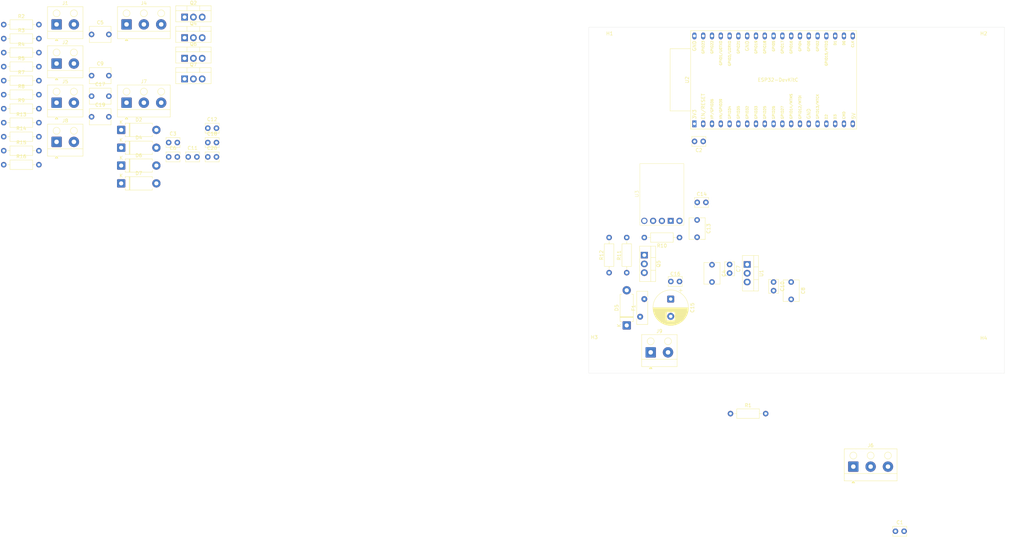
<source format=kicad_pcb>
(kicad_pcb (version 20241229) (generator "pcbnew") (generator_version "9.0")
  (layers (0 "F.Cu" signal) (2 "B.Cu" mixed) (13 "F.Paste" user) (15 "B.Paste" user) (5 "F.SilkS" user "F.Silkscreen") (7 "B.SilkS" user "B.Silkscreen") (1 "F.Mask" user) (3 "B.Mask" user) (25 "Edge.Cuts" user))
  (net 0 "")
  (net 1 "GND")
  (net 2 "+3.3V")
  (net 3 "+12V")
  (net 4 "Net-(D5-A2)")
  (net 5 "Net-(D2-A)")
  (net 6 "Net-(D4-A)")
  (net 7 "/DATA_DS18B20")
  (net 8 "/DATA_PH")
  (net 9 "/DATA_ORP")
  (net 10 "Net-(Q2-G)")
  (net 11 "Net-(Q4-G)")
  (net 12 "Net-(Q5-G)")
  (net 13 "/POMPE_1")
  (net 14 "/POMPE_2")
  (net 15 "Net-(U3-SHDN)")
  (net 18 "Net-(J6-Pin_3)")
  (net 25 "Net-(J7-Pin_3)")
  (net 44 "+5V")
  (net 45 "Net-(D6-A)")
  (net 46 "Net-(D7-A)")
  (net 47 "Net-(Q6-G)")
  (net 48 "Net-(Q7-G)")
  (net 49 "/FILTRATION_A2")
  (net 50 "/ECLAIRAGE_A2")
  (footprint "Resistor_THT:R_Axial_DIN0207_L6.3mm_D2.5mm_P10.16mm_Horizontal" (layer "F.Cu") (at 90.9 161.685)
    (property "Reference" "R1" (at 5.08 -2.37 0) (layer "F.SilkS"))
    (property "Value" "100Ω")
    (pad "1" thru_hole circle (at 0 0) (size 1.6 1.6) (drill 0.8) (layers "*.Cu" "*.Mask") (net 18 "Net-(J6-Pin_3)"))
    (pad "2" thru_hole circle (at 10.16 0) (size 1.6 1.6) (drill 0.8) (layers "*.Cu" "*.Mask") (net 8 "/DATA_PH"))
  )
  (footprint "Diode_THT:D_DO-15_P10.16mm_Horizontal" (layer "F.Cu") (at -85.01 84.85)
    (property "Reference" "D4" (at 5.08 -2.92 0) (layer "F.SilkS"))
    (property "Value" "1N5819")
    (fp_text user "K" (at 0 -2.2 0) (layer "F.SilkS"))
    (pad "1" thru_hole roundrect (at 0 0) (size 2.4 2.4) (drill 1.2) (layers "*.Cu" "*.Mask") (roundrect_rratio 0.104167) (net 3 "+12V"))
    (pad "2" thru_hole circle (at 10.16 0) (size 2.4 2.4) (drill 1.2) (layers "*.Cu" "*.Mask") (net 6 "Net-(D4-A)"))
  )
  (footprint "Resistor_THT:R_Axial_DIN0207_L6.3mm_D2.5mm_P10.16mm_Horizontal" (layer "F.Cu") (at -118.92 53.31)
    (property "Reference" "R3" (at 5.08 -2.37 0) (layer "F.SilkS"))
    (property "Value" "10kΩ")
    (pad "1" thru_hole circle (at 0 0) (size 1.6 1.6) (drill 0.8) (layers "*.Cu" "*.Mask") (net 9 "/DATA_ORP"))
    (pad "2" thru_hole circle (at 10.16 0) (size 1.6 1.6) (drill 0.8) (layers "*.Cu" "*.Mask") (net 1 "GND"))
  )
  (footprint "Resistor_THT:R_Axial_DIN0207_L6.3mm_D2.5mm_P10.16mm_Horizontal" (layer "F.Cu") (at -118.92 77.61)
    (property "Reference" "R13" (at 5.08 -2.37 0) (layer "F.SilkS"))
    (property "Value" "100Ω")
    (pad "1" thru_hole circle (at 0 0) (size 1.6 1.6) (drill 0.8) (layers "*.Cu" "*.Mask") (net 47 "Net-(Q6-G)"))
    (pad "2" thru_hole circle (at 10.16 0) (size 1.6 1.6) (drill 0.8) (layers "*.Cu" "*.Mask") (net 49 "/FILTRATION_A2"))
  )
  (footprint "TerminalBlock_Altech:Altech_AK100_1x03_P5.00mm" (layer "F.Cu") (at -83.46 49.21)
    (property "Reference" "J4" (at 5 -6.12 0) (layer "F.SilkS"))
    (property "Value" "Sonde température DS18B20")
    (pad "1" thru_hole roundrect (at 0 0) (size 3 3) (drill 1.3) (layers "*.Cu" "*.Mask") (roundrect_rratio 0.083333) (net 1 "GND"))
    (pad "2" thru_hole circle (at 5 0) (size 3 3) (drill 1.3) (layers "*.Cu" "*.Mask") (net 2 "+3.3V"))
    (pad "3" thru_hole circle (at 10 0) (size 3 3) (drill 1.3) (layers "*.Cu" "*.Mask") (net 7 "/DATA_DS18B20"))
  )
  (footprint "MountingHole:MountingHole_3.2mm_M3" (layer "F.Cu") (at 56 56)
    (property "Reference" "H1" (at 0 -4.15 0) (layer "F.SilkS"))
    (property "Value" "MountingHole")
    (pad "" np_thru_hole circle (at 0 0) (size 3.2 3.2) (drill 3.2) (layers "*.Cu" "*.Mask"))
  )
  (footprint "Capacitor_THT:C_Disc_D3.8mm_W2.6mm_P2.50mm" (layer "F.Cu") (at -60 83.35)
    (property "Reference" "C18" (at 1.25 -2.55 0) (layer "F.SilkS"))
    (property "Value" "100nF")
    (pad "1" thru_hole circle (at 0 0) (size 1.6 1.6) (drill 0.8) (layers "*.Cu" "*.Mask") (net 3 "+12V"))
    (pad "2" thru_hole circle (at 2.5 0) (size 1.6 1.6) (drill 0.8) (layers "*.Cu" "*.Mask") (net 1 "GND"))
  )
  (footprint "Capacitor_THT:C_Disc_D3.8mm_W2.6mm_P2.50mm" (layer "F.Cu") (at -65.65 87.5)
    (property "Reference" "C11" (at 1.25 -2.55 0) (layer "F.SilkS"))
    (property "Value" "100nF")
    (pad "1" thru_hole circle (at 0 0) (size 1.6 1.6) (drill 0.8) (layers "*.Cu" "*.Mask") (net 3 "+12V"))
    (pad "2" thru_hole circle (at 2.5 0) (size 1.6 1.6) (drill 0.8) (layers "*.Cu" "*.Mask") (net 1 "GND"))
  )
  (footprint "TerminalBlock_Altech:Altech_AK100_1x02_P5.00mm" (layer "F.Cu") (at -103.66 49.21)
    (property "Reference" "J1" (at 2.5 -6.12 0) (layer "F.SilkS"))
    (property "Value" "Pompe Péristaltique")
    (pad "1" thru_hole roundrect (at 0 0) (size 3 3) (drill 1.3) (layers "*.Cu" "*.Mask") (roundrect_rratio 0.083333) (net 3 "+12V"))
    (pad "2" thru_hole circle (at 5 0) (size 3 3) (drill 1.3) (layers "*.Cu" "*.Mask") (net 5 "Net-(D2-A)"))
  )
  (footprint "Resistor_THT:R_Axial_DIN0207_L6.3mm_D2.5mm_P10.16mm_Horizontal" (layer "F.Cu") (at -118.92 81.66)
    (property "Reference" "R14" (at 5.08 -2.37 0) (layer "F.SilkS"))
    (property "Value" "10KΩ")
    (pad "1" thru_hole circle (at 0 0) (size 1.6 1.6) (drill 0.8) (layers "*.Cu" "*.Mask") (net 47 "Net-(Q6-G)"))
    (pad "2" thru_hole circle (at 10.16 0) (size 1.6 1.6) (drill 0.8) (layers "*.Cu" "*.Mask") (net 1 "GND"))
  )
  (footprint "Capacitor_THT:C_Disc_D3.8mm_W2.6mm_P2.50mm" (layer "F.Cu") (at 83.02 83.02 180)
    (property "Reference" "C2" (at 1.25 -2.55 0) (layer "F.SilkS"))
    (property "Value" "100nF")
    (pad "1" thru_hole circle (at 0 0 180) (size 1.6 1.6) (drill 0.8) (layers "*.Cu" "*.Mask") (net 1 "GND"))
    (pad "2" thru_hole circle (at 2.5 0 180) (size 1.6 1.6) (drill 0.8) (layers "*.Cu" "*.Mask") (net 2 "+3.3V"))
  )
  (footprint "Espressif:ESP32-DevKitC" (layer "F.Cu") (at 80.48 77.94 90)
    (property "Reference" "U2" (at 12.7 -2.1 90) (layer "F.SilkS"))
    (property "Value" "ESP32-DevKitC" (at 12.7 24.13 0) (layer "F.SilkS"))
    (fp_text user "D1" (at 24.13 40.64 90) (layer "F.SilkS") (effects (font (size 0.7 0.7)) (justify right)))
    (fp_text user "GND" (at 1.27 33.02 90) (layer "F.SilkS") (effects (justify left)))
    (fp_text user "D0" (at 24.13 43.18 90) (layer "F.SilkS") (effects (font (size 0.7 0.7)) (justify right)))
    (fp_text user "GPIO35" (at 1.27 12.7 90) (layer "F.SilkS") (effects (font (size 0.7 0.7)) (justify left)))
    (fp_text user "3V3" (at 1.27 0 90) (layer "F.SilkS") (effects (justify left)))
    (fp_text user "5V" (at 1.26632 45.97128 90) (layer "F.SilkS") (effects (justify left)))
    (fp_text user "EN/RESET" (at 8.88632 2.53728 90) (layer "F.SilkS") (effects (justify right)))
    (fp_text user "GPIO27" (at 1.27 25.4 90) (layer "F.SilkS") (effects (font (size 0.7 0.7)) (justify left)))
    (fp_text user "D3" (at 1.27 40.64 90) (layer "F.SilkS") (effects (font (size 0.7 0.7)) (justify left)))
    (fp_text user "GPIO13/MTCK" (at 1.27 35.56 90) (layer "F.SilkS") (effects (font (size 0.7 0.7)) (justify left)))
    (fp_text user "GPIO26" (at 1.27 22.86 90) (layer "F.SilkS") (effects (font (size 0.7 0.7)) (justify left)))
    (fp_text user "GPIO21" (at 24.13 12.7 90) (layer "F.SilkS") (effects (font (size 0.7 0.7)) (justify right)))
    (fp_text user "GPIO34" (at 1.27 10.16 90) (layer "F.SilkS") (effects (font (size 0.7 0.7)) (justify left)))
    (fp_text user "GPIO3/U0RXD" (at 24.13 10.16 90) (layer "F.SilkS") (effects (font (size 0.7 0.7)) (justify right)))
    (fp_text user "GPIO15/MTDO" (at 24.13 38.1 90) (layer "F.SilkS") (effects (font (size 0.7 0.7)) (justify right)))
    (fp_text user "GPIO19" (at 24.13 17.78 90) (layer "F.SilkS") (effects (font (size 0.7 0.7)) (justify right)))
    (fp_text user "VN/GPIO39" (at 1.27 7.62 90) (layer "F.SilkS") (effects (font (size 0.7 0.7)) (justify left)))
    (fp_text user "GPIO2" (at 24.13 35.56 90) (layer "F.SilkS") (effects (font (size 0.7 0.7)) (justify right)))
    (fp_text user "GPIO5" (at 24.13 22.86 90) (layer "F.SilkS") (effects (font (size 0.7 0.7)) (justify right)))
    (fp_text user "CMD" (at 1.27 43.18 90) (layer "F.SilkS") (effects (font (size 0.7 0.7)) (justify left)))
    (fp_text user "GPIO23" (at 24.13 2.54 90) (layer "F.SilkS") (effects (font (size 0.7 0.7)) (justify right)))
    (fp_text user "GPIO25" (at 1.27 20.32 90) (layer "F.SilkS") (effects (font (size 0.7 0.7)) (justify left)))
    (fp_text user "VP/GPIO36" (at 1.27 5.08 90) (layer "F.SilkS") (effects (font (size 0.7 0.7)) (justify left)))
    (fp_text user "GPIO22" (at 24.13 5.08 90) (layer "F.SilkS") (effects (font (size 0.7 0.7)) (justify right)))
    (fp_text user "CLK" (at 24.13 45.72 90) (layer "F.SilkS") (effects (font (size 0.7 0.7)) (justify right)))
    (fp_text user "GPIO32" (at 1.27 15.24 90) (layer "F.SilkS") (effects (font (size 0.7 0.7)) (justify left)))
    (fp_text user "GPIO33" (at 1.27 17.78 90) (layer "F.SilkS") (effects (font (size 0.7 0.7)) (justify left)))
    (fp_text user "GPIO16" (at 24.13 27.94 90) (layer "F.SilkS") (effects (font (size 0.7 0.7)) (justify right)))
    (fp_text user "GPIO0" (at 24.13 33.02 90) (layer "F.SilkS") (effects (font (size 0.7 0.7)) (justify right)))
    (fp_text user "GND" (at 24.13 15.24 90) (layer "F.SilkS") (effects (justify right)))
    (fp_text user "D2" (at 1.27 38.1 90) (layer "F.SilkS") (effects (font (size 0.7 0.7)) (justify left)))
    (fp_text user "GPIO17" (at 24.13 25.4 90) (layer "F.SilkS") (effects (font (size 0.7 0.7)) (justify right)))
    (fp_text user "GPIO4" (at 24.13 30.48 90) (layer "F.SilkS") (effects (font (size 0.7 0.7)) (justify right)))
    (fp_text user "GND" (at 24.13 0 90) (layer "F.SilkS") (effects (justify right)))
    (fp_text user "GPIO1/U0TXD" (at 24.13 7.62 90) (layer "F.SilkS") (effects (font (size 0.7 0.7)) (justify right)))
    (fp_text user "GPIO12/MTDI" (at 1.27 30.48 90) (layer "F.SilkS") (effects (font (size 0.7 0.7)) (justify left)))
    (fp_text user "GPIO18" (at 24.13 20.32 90) (layer "F.SilkS") (effects (font (size 0.7 0.7)) (justify right)))
    (fp_text user "GPIO14/MTMS" (at 1.27 27.94 90) (layer "F.SilkS") (effects (font (size 0.7 0.7)) (justify left)))
    (pad "1" thru_hole rect (at 0 0) (size 1.2 2) (drill 0.8) (layers "*.Cu" "*.Mask") (net 2 "+3.3V"))
    (pad "2" thru_hole oval (at 0 2.54) (size 1.2 2) (drill 0.8) (layers "*.Cu" "*.Mask"))
    (pad "3" thru_hole oval (at 0 5.08) (size 1.2 2) (drill 0.8) (layers "*.Cu" "*.Mask"))
    (pad "4" thru_hole oval (at 0 7.62) (size 1.2 2) (drill 0.8) (layers "*.Cu" "*.Mask"))
    (pad "5" thru_hole oval (at 0 10.16) (size 1.2 2) (drill 0.8) (layers "*.Cu" "*.Mask") (net 7 "/DATA_DS18B20"))
    (pad "6" thru_hole oval (at 0 12.7) (size 1.2 2) (drill 0.8) (layers "*.Cu" "*.Mask"))
    (pad "7" thru_hole oval (at 0 15.24) (size 1.2 2) (drill 0.8) (layers "*.Cu" "*.Mask") (net 8 "/DATA_PH"))
    (pad "8" thru_hole oval (at 0 17.78) (size 1.2 2) (drill 0.8) (layers "*.Cu" "*.Mask") (net 9 "/DATA_ORP"))
    (pad "9" thru_hole oval (at 0 20.32) (size 1.2 2) (drill 0.8) (layers "*.Cu" "*.Mask"))
    (pad "10" thru_hole oval (at 0 22.86) (size 1.2 2) (drill 0.8) (layers "*.Cu" "*.Mask"))
    (pad "11" thru_hole oval (at 0 25.4) (size 1.2 2) (drill 0.8) (layers "*.Cu" "*.Mask"))
    (pad "12" thru_hole oval (at 0 27.94) (size 1.2 2) (drill 0.8) (layers "*.Cu" "*.Mask") (net 14 "/POMPE_2"))
    (pad "13" thru_hole oval (at 0 30.48) (size 1.2 2) (drill 0.8) (layers "*.Cu" "*.Mask"))
    (pad "14" thru_hole oval (at 0 33.02) (size 1.2 2) (drill 0.8) (layers "*.Cu" "*.Mask") (net 1 "GND"))
    (pad "15" thru_hole oval (at 0 35.56) (size 1.2 2) (drill 0.8) (layers "*.Cu" "*.Mask") (net 13 "/POMPE_1"))
    (pad "16" thru_hole oval (at 0 38.1) (size 1.2 2) (drill 0.8) (layers "*.Cu" "*.Mask"))
    (pad "17" thru_hole oval (at 0 40.64) (size 1.2 2) (drill 0.8) (layers "*.Cu" "*.Mask"))
    (pad "18" thru_hole oval (at 0 43.18) (size 1.2 2) (drill 0.8) (layers "*.Cu" "*.Mask"))
    (pad "19" thru_hole oval (at 0 45.72) (size 1.2 2) (drill 0.8) (layers "*.Cu" "*.Mask"))
    (pad "20" thru_hole oval (at 25.39632 45.71728) (size 1.2 2) (drill 0.8) (layers "*.Cu" "*.Mask"))
    (pad "21" thru_hole oval (at 25.39632 43.17728) (size 1.2 2) (drill 0.8) (layers "*.Cu" "*.Mask"))
    (pad "22" thru_hole oval (at 25.4 40.64) (size 1.2 2) (drill 0.8) (layers "*.Cu" "*.Mask"))
    (pad "23" thru_hole oval (at 25.4 38.1) (size 1.2 2) (drill 0.8) (layers "*.Cu" "*.Mask"))
    (pad "24" thru_hole oval (at 25.4 35.56) (size 1.2 2) (drill 0.8) (layers "*.Cu" "*.Mask"))
    (pad "25" thru_hole oval (at 25.4 33.02) (size 1.2 2) (drill 0.8) (layers "*.Cu" "*.Mask"))
    (pad "26" thru_hole oval (at 25.4 30.48) (size 1.2 2) (drill 0.8) (layers "*.Cu" "*.Mask"))
    (pad "27" thru_hole oval (at 25.4 27.94) (size 1.2 2) (drill 0.8) (layers "*.Cu" "*.Mask"))
    (pad "28" thru_hole oval (at 25.4 25.4) (size 1.2 2) (drill 0.8) (layers "*.Cu" "*.Mask"))
    (pad "29" thru_hole oval (at 25.4 22.86) (size 1.2 2) (drill 0.8) (layers "*.Cu" "*.Mask"))
    (pad "30" thru_hole oval (at 25.4 20.32) (size 1.2 2) (drill 0.8) (layers "*.Cu" "*.Mask") (net 49 "/FILTRATION_A2"))
    (pad "31" thru_hole oval (at 25.4 17.78) (size 1.2 2) (drill 0.8) (layers "*.Cu" "*.Mask") (net 50 "/ECLAIRAGE_A2"))
    (pad "32" thru_hole oval (at 25.4 15.24) (size 1.2 2) (drill 0.8) (layers "*.Cu" "*.Mask") (net 1 "GND"))
    (pad "33" thru_hole oval (at 25.4 12.7) (size 1.2 2) (drill 0.8) (layers "*.Cu" "*.Mask"))
    (pad "34" thru_hole oval (at 25.4 10.16) (size 1.2 2) (drill 0.8) (layers "*.Cu" "*.Mask"))
    (pad "35" thru_hole oval (at 25.4 7.62) (size 1.2 2) (drill 0.8) (layers "*.Cu" "*.Mask"))
    (pad "36" thru_hole oval (at 25.4 5.08) (size 1.2 2) (drill 0.8) (layers "*.Cu" "*.Mask"))
    (pad "37" thru_hole oval (at 25.4 2.54) (size 1.2 2) (drill 0.8) (layers "*.Cu" "*.Mask"))
    (pad "38" thru_hole oval (at 25.4 0) (size 1.2 2) (drill 0.8) (layers "*.Cu" "*.Mask") (net 1 "GND"))
  )
  (footprint "Capacitor_THT:C_Disc_D3.8mm_W2.6mm_P2.50mm" (layer "F.Cu") (at 81.3 100.6385)
    (property "Reference" "C14" (at 1.3 -2.4 0) (layer "F.SilkS"))
    (property "Value" "100nF")
    (pad "1" thru_hole circle (at 0 0) (size 1.6 1.6) (drill 0.8) (layers "*.Cu" "*.Mask") (net 2 "+3.3V"))
    (pad "2" thru_hole circle (at 2.5 0) (size 1.6 1.6) (drill 0.8) (layers "*.Cu" "*.Mask") (net 1 "GND"))
  )
  (footprint "Capacitor_THT:C_Disc_D3.8mm_W2.6mm_P2.50mm" (layer "F.Cu") (at -60 87.5)
    (property "Reference" "C20" (at 1.25 -2.55 0) (layer "F.SilkS"))
    (property "Value" "100nF")
    (pad "1" thru_hole circle (at 0 0) (size 1.6 1.6) (drill 0.8) (layers "*.Cu" "*.Mask") (net 3 "+12V"))
    (pad "2" thru_hole circle (at 2.5 0) (size 1.6 1.6) (drill 0.8) (layers "*.Cu" "*.Mask") (net 1 "GND"))
  )
  (footprint "Capacitor_THT:C_Disc_D6.0mm_W4.4mm_P5.00mm" (layer "F.Cu") (at -93.56 69.96)
    (property "Reference" "C17" (at 2.5 -3.45 0) (layer "F.SilkS"))
    (property "Value" "10 µF")
    (pad "1" thru_hole circle (at 0 0) (size 1.6 1.6) (drill 0.8) (layers "*.Cu" "*.Mask") (net 3 "+12V"))
    (pad "2" thru_hole circle (at 5 0) (size 1.6 1.6) (drill 0.8) (layers "*.Cu" "*.Mask") (net 1 "GND"))
  )
  (footprint "Resistor_THT:R_Axial_DIN0207_L6.3mm_D2.5mm_P10.16mm_Horizontal" (layer "F.Cu") (at -118.92 73.56)
    (property "Reference" "R9" (at 5.08 -2.37 0) (layer "F.SilkS"))
    (property "Value" "4.7KΩ")
    (pad "1" thru_hole circle (at 0 0) (size 1.6 1.6) (drill 0.8) (layers "*.Cu" "*.Mask") (net 2 "+3.3V"))
    (pad "2" thru_hole circle (at 10.16 0) (size 1.6 1.6) (drill 0.8) (layers "*.Cu" "*.Mask") (net 7 "/DATA_DS18B20"))
  )
  (footprint "TerminalBlock_Altech:Altech_AK100_1x03_P5.00mm" (layer "F.Cu") (at 126.36 177)
    (property "Reference" "J6" (at 5 -6.12 0) (layer "F.SilkS"))
    (property "Value" "Conn_01x03")
    (pad "1" thru_hole roundrect (at 0 0) (size 3 3) (drill 1.3) (layers "*.Cu" "*.Mask") (roundrect_rratio 0.083333) (net 2 "+3.3V"))
    (pad "2" thru_hole circle (at 5 0) (size 3 3) (drill 1.3) (layers "*.Cu" "*.Mask") (net 1 "GND"))
    (pad "3" thru_hole circle (at 10 0) (size 3 3) (drill 1.3) (layers "*.Cu" "*.Mask") (net 18 "Net-(J6-Pin_3)"))
  )
  (footprint "Package_TO_SOT_THT:TO-220-3_Vertical" (layer "F.Cu") (at 95.72 118.58 -90)
    (property "Reference" "U1" (at 2.54 -4.1 90) (layer "F.SilkS"))
    (property "Value" "LM7805_TO220")
    (pad "1" thru_hole rect (at 0 0 270) (size 1.905 2) (drill 1.1) (layers "*.Cu" "*.Mask") (net 3 "+12V"))
    (pad "2" thru_hole oval (at 2.54 0 270) (size 1.905 2) (drill 1.1) (layers "*.Cu" "*.Mask") (net 1 "GND"))
    (pad "3" thru_hole oval (at 5.08 0 270) (size 1.905 2) (drill 1.1) (layers "*.Cu" "*.Mask") (net 44 "+5V"))
  )
  (footprint "Fuse:Fuse_Bourns_MF-RHT200" (layer "F.Cu") (at 64.82 133.6785 90)
    (property "Reference" "F1" (at 2.55 -1.9 90) (layer "F.SilkS"))
    (property "Value" "FX200-16")
    (pad "1" thru_hole circle (at 0 0 90) (size 1.71 1.71) (drill 0.71) (layers "*.Cu" "*.Mask") (net 3 "+12V"))
    (pad "2" thru_hole circle (at 5.1 1.2 90) (size 1.71 1.71) (drill 0.71) (layers "*.Cu" "*.Mask") (net 4 "Net-(D5-A2)"))
  )
  (footprint "Resistor_THT:R_Axial_DIN0207_L6.3mm_D2.5mm_P10.16mm_Horizontal" (layer "F.Cu") (at -118.92 69.51)
    (property "Reference" "R8" (at 5.08 -2.37 0) (layer "F.SilkS"))
    (property "Value" "10KΩ")
    (pad "1" thru_hole circle (at 0 0) (size 1.6 1.6) (drill 0.8) (layers "*.Cu" "*.Mask") (net 11 "Net-(Q4-G)"))
    (pad "2" thru_hole circle (at 10.16 0) (size 1.6 1.6) (drill 0.8) (layers "*.Cu" "*.Mask") (net 1 "GND"))
  )
  (footprint "Resistor_THT:R_Axial_DIN0207_L6.3mm_D2.5mm_P10.16mm_Horizontal" (layer "F.Cu") (at 76.18 110.7985 180)
    (property "Reference" "R10" (at 5.08 -2.37 0) (layer "F.SilkS"))
    (property "Value" "10KΩ")
    (pad "1" thru_hole circle (at 0 0 180) (size 1.6 1.6) (drill 0.8) (layers "*.Cu" "*.Mask") (net 3 "+12V"))
    (pad "2" thru_hole circle (at 10.16 0 180) (size 1.6 1.6) (drill 0.8) (layers "*.Cu" "*.Mask") (net 15 "Net-(U3-SHDN)"))
  )
  (footprint "Resistor_THT:R_Axial_DIN0207_L6.3mm_D2.5mm_P10.16mm_Horizontal" (layer "F.Cu") (at -118.92 57.36)
    (property "Reference" "R4" (at 5.08 -2.37 0) (layer "F.SilkS"))
    (property "Value" "100Ω")
    (pad "1" thru_hole circle (at 0 0) (size 1.6 1.6) (drill 0.8) (layers "*.Cu" "*.Mask") (net 10 "Net-(Q2-G)"))
    (pad "2" thru_hole circle (at 10.16 0) (size 1.6 1.6) (drill 0.8) (layers "*.Cu" "*.Mask") (net 13 "/POMPE_1"))
  )
  (footprint "Capacitor_THT:C_Disc_D3.8mm_W2.6mm_P2.50mm" (layer "F.Cu") (at 90.64 118.58 -90)
    (property "Reference" "C7" (at 1.25 -2.55 90) (layer "F.SilkS"))
    (property "Value" "100nF")
    (pad "1" thru_hole circle (at 0 0 270) (size 1.6 1.6) (drill 0.8) (layers "*.Cu" "*.Mask") (net 3 "+12V"))
    (pad "2" thru_hole circle (at 2.5 0 270) (size 1.6 1.6) (drill 0.8) (layers "*.Cu" "*.Mask") (net 1 "GND"))
  )
  (footprint "Capacitor_THT:C_Disc_D3.8mm_W2.6mm_P2.50mm" (layer "F.Cu") (at -71.3 87.5)
    (property "Reference" "C6" (at 1.25 -2.55 0) (layer "F.SilkS"))
    (property "Value" "100nF")
    (pad "1" thru_hole circle (at 0 0) (size 1.6 1.6) (drill 0.8) (layers "*.Cu" "*.Mask") (net 3 "+12V"))
    (pad "2" thru_hole circle (at 2.5 0) (size 1.6 1.6) (drill 0.8) (layers "*.Cu" "*.Mask") (net 1 "GND"))
  )
  (footprint "Package_TO_SOT_THT:TO-220-3_Vertical" (layer "F.Cu") (at -66.7 64.96)
    (property "Reference" "Q7" (at 2.54 -4.1 0) (layer "F.SilkS"))
    (property "Value" "IRLZ44N")
    (pad "1" thru_hole rect (at 0 0) (size 1.905 2) (drill 1.1) (layers "*.Cu" "*.Mask") (net 48 "Net-(Q7-G)"))
    (pad "2" thru_hole oval (at 2.54 0) (size 1.905 2) (drill 1.1) (layers "*.Cu" "*.Mask") (net 46 "Net-(D7-A)"))
    (pad "3" thru_hole oval (at 5.08 0) (size 1.905 2) (drill 1.1) (layers "*.Cu" "*.Mask") (net 1 "GND"))
  )
  (footprint "Capacitor_THT:CP_Radial_D10.0mm_P5.00mm" (layer "F.Cu") (at 73.64 128.5785 -90)
    (property "Reference" "C15" (at 2.5 -6.25 90) (layer "F.SilkS"))
    (property "Value" "470µF")
    (pad "1" thru_hole roundrect (at 0 0 270) (size 2 2) (drill 1) (layers "*.Cu" "*.Mask") (roundrect_rratio 0.125) (net 4 "Net-(D5-A2)"))
    (pad "2" thru_hole circle (at 5 0 270) (size 2 2) (drill 1) (layers "*.Cu" "*.Mask") (net 1 "GND"))
  )
  (footprint "Diode_THT:D_DO-15_P10.16mm_Horizontal" (layer "F.Cu") (at -85.01 90)
    (property "Reference" "D6" (at 5.08 -2.92 0) (layer "F.SilkS"))
    (property "Value" "1N5819")
    (fp_text user "K" (at 0 -2.2 0) (layer "F.SilkS"))
    (pad "1" thru_hole roundrect (at 0 0) (size 2.4 2.4) (drill 1.2) (layers "*.Cu" "*.Mask") (roundrect_rratio 0.104167) (net 3 "+12V"))
    (pad "2" thru_hole circle (at 10.16 0) (size 2.4 2.4) (drill 1.2) (layers "*.Cu" "*.Mask") (net 45 "Net-(D6-A)"))
  )
  (footprint "Package_TO_SOT_THT:TO-220-3_Vertical" (layer "F.Cu") (at -66.7 59.01)
    (property "Reference" "Q6" (at 2.54 -4.1 0) (layer "F.SilkS"))
    (property "Value" "IRLZ44N")
    (pad "1" thru_hole rect (at 0 0) (size 1.905 2) (drill 1.1) (layers "*.Cu" "*.Mask") (net 47 "Net-(Q6-G)"))
    (pad "2" thru_hole oval (at 2.54 0) (size 1.905 2) (drill 1.1) (layers "*.Cu" "*.Mask") (net 45 "Net-(D6-A)"))
    (pad "3" thru_hole oval (at 5.08 0) (size 1.905 2) (drill 1.1) (layers "*.Cu" "*.Mask") (net 1 "GND"))
  )
  (footprint "MountingHole:MountingHole_3.2mm_M3" (layer "F.Cu") (at 164 56)
    (property "Reference" "H2" (at 0 -4.15 0) (layer "F.SilkS"))
    (property "Value" "MountingHole")
    (pad "" np_thru_hole circle (at 0 0) (size 3.2 3.2) (drill 3.2) (layers "*.Cu" "*.Mask"))
  )
  (footprint "Capacitor_THT:C_Disc_D3.8mm_W2.6mm_P2.50mm" (layer "F.Cu") (at -60 79.2)
    (property "Reference" "C12" (at 1.25 -2.55 0) (layer "F.SilkS"))
    (property "Value" "100nF")
    (pad "1" thru_hole circle (at 0 0) (size 1.6 1.6) (drill 0.8) (layers "*.Cu" "*.Mask") (net 1 "GND"))
    (pad "2" thru_hole circle (at 2.5 0) (size 1.6 1.6) (drill 0.8) (layers "*.Cu" "*.Mask") (net 2 "+3.3V"))
  )
  (footprint "TerminalBlock_Altech:Altech_AK100_1x02_P5.00mm" (layer "F.Cu") (at -103.66 71.84)
    (property "Reference" "J5" (at 2.5 -6.12 0) (layer "F.SilkS"))
    (property "Value" "Contacteur Puissance Filtration")
    (pad "1" thru_hole roundrect (at 0 0) (size 3 3) (drill 1.3) (layers "*.Cu" "*.Mask") (roundrect_rratio 0.083333) (net 3 "+12V"))
    (pad "2" thru_hole circle (at 5 0) (size 3 3) (drill 1.3) (layers "*.Cu" "*.Mask") (net 45 "Net-(D6-A)"))
  )
  (footprint "Capacitor_THT:C_Disc_D6.0mm_W4.4mm_P5.00mm" (layer "F.Cu") (at 108.42 123.66 -90)
    (property "Reference" "C8" (at 2.5 -3.45 90) (layer "F.SilkS"))
    (property "Value" "10 µF")
    (pad "1" thru_hole circle (at 0 0 270) (size 1.6 1.6) (drill 0.8) (layers "*.Cu" "*.Mask") (net 44 "+5V"))
    (pad "2" thru_hole circle (at 5 0 270) (size 1.6 1.6) (drill 0.8) (layers "*.Cu" "*.Mask") (net 1 "GND"))
  )
  (footprint "Capacitor_THT:C_Disc_D3.8mm_W2.6mm_P2.50mm" (layer "F.Cu") (at 138.52 195.675)
    (property "Reference" "C1" (at 1.25 -2.55 0) (layer "F.SilkS"))
    (property "Value" "100nF")
    (pad "1" thru_hole circle (at 0 0) (size 1.6 1.6) (drill 0.8) (layers "*.Cu" "*.Mask") (net 18 "Net-(J6-Pin_3)"))
    (pad "2" thru_hole circle (at 2.5 0) (size 1.6 1.6) (drill 0.8) (layers "*.Cu" "*.Mask") (net 1 "GND"))
  )
  (footprint "Capacitor_THT:C_Disc_D3.8mm_W2.6mm_P2.50mm" (layer "F.Cu") (at 73.68 123.4985)
    (property "Reference" "C16" (at 1.3 -2.2 0) (layer "F.SilkS"))
    (property "Value" "100nF")
    (pad "1" thru_hole circle (at 0 0) (size 1.6 1.6) (drill 0.8) (layers "*.Cu" "*.Mask") (net 4 "Net-(D5-A2)"))
    (pad "2" thru_hole circle (at 2.5 0) (size 1.6 1.6) (drill 0.8) (layers "*.Cu" "*.Mask") (net 1 "GND"))
  )
  (footprint "Diode_THT:D_DO-15_P10.16mm_Horizontal" (layer "F.Cu") (at 60.94 136.1985 90)
    (property "Reference" "D5" (at 5.08 -2.92 90) (layer "F.SilkS"))
    (property "Value" "P6KE13A")
    (fp_text user "K" (at 0 -2.2 90) (layer "F.SilkS"))
    (pad "1" thru_hole roundrect (at 0 0 90) (size 2.4 2.4) (drill 1.2) (layers "*.Cu" "*.Mask") (roundrect_rratio 0.104167) (net 1 "GND"))
    (pad "2" thru_hole circle (at 10.16 0 90) (size 2.4 2.4) (drill 1.2) (layers "*.Cu" "*.Mask") (net 4 "Net-(D5-A2)"))
  )
  (footprint "Resistor_THT:R_Axial_DIN0207_L6.3mm_D2.5mm_P10.16mm_Horizontal" (layer "F.Cu") (at 60.94 120.9585 90)
    (property "Reference" "R11" (at 5 -2.2 90) (layer "F.SilkS"))
    (property "Value" "10Ω")
    (pad "1" thru_hole circle (at 0 0 90) (size 1.6 1.6) (drill 0.8) (layers "*.Cu" "*.Mask") (net 4 "Net-(D5-A2)"))
    (pad "2" thru_hole circle (at 10.16 0 90) (size 1.6 1.6) (drill 0.8) (layers "*.Cu" "*.Mask") (net 12 "Net-(Q5-G)"))
  )
  (footprint "Capacitor_THT:C_Disc_D6.0mm_W4.4mm_P5.00mm" (layer "F.Cu") (at -93.56 52.11)
    (property "Reference" "C5" (at 2.5 -3.45 0) (layer "F.SilkS"))
    (property "Value" "10 µF")
    (pad "1" thru_hole circle (at 0 0) (size 1.6 1.6) (drill 0.8) (layers "*.Cu" "*.Mask") (net 3 "+12V"))
    (pad "2" thru_hole circle (at 5 0) (size 1.6 1.6) (drill 0.8) (layers "*.Cu" "*.Mask") (net 1 "GND"))
  )
  (footprint "Resistor_THT:R_Axial_DIN0207_L6.3mm_D2.5mm_P10.16mm_Horizontal" (layer "F.Cu") (at -118.92 89.76)
    (property "Reference" "R16" (at 5.08 -2.37 0) (layer "F.SilkS"))
    (property "Value" "10KΩ")
    (pad "1" thru_hole circle (at 0 0) (size 1.6 1.6) (drill 0.8) (layers "*.Cu" "*.Mask") (net 48 "Net-(Q7-G)"))
    (pad "2" thru_hole circle (at 10.16 0) (size 1.6 1.6) (drill 0.8) (layers "*.Cu" "*.Mask") (net 1 "GND"))
  )
  (footprint "Package_TO_SOT_THT:TO-220-3_Vertical" (layer "F.Cu") (at -66.7 53.06)
    (property "Reference" "Q4" (at 2.54 -4.1 0) (layer "F.SilkS"))
    (property "Value" "IRLZ44N")
    (pad "1" thru_hole rect (at 0 0) (size 1.905 2) (drill 1.1) (layers "*.Cu" "*.Mask") (net 11 "Net-(Q4-G)"))
    (pad "2" thru_hole oval (at 2.54 0) (size 1.905 2) (drill 1.1) (layers "*.Cu" "*.Mask") (net 6 "Net-(D4-A)"))
    (pad "3" thru_hole oval (at 5.08 0) (size 1.905 2) (drill 1.1) (layers "*.Cu" "*.Mask") (net 1 "GND"))
  )
  (footprint "Resistor_THT:R_Axial_DIN0207_L6.3mm_D2.5mm_P10.16mm_Horizontal" (layer "F.Cu") (at 55.86 110.7985 -90)
    (property "Reference" "R12" (at 5.1 2.2 90) (layer "F.SilkS"))
    (property "Value" "10KΩ")
    (pad "1" thru_hole circle (at 0 0 270) (size 1.6 1.6) (drill 0.8) (layers "*.Cu" "*.Mask") (net 12 "Net-(Q5-G)"))
    (pad "2" thru_hole circle (at 10.16 0 270) (size 1.6 1.6) (drill 0.8) (layers "*.Cu" "*.Mask") (net 1 "GND"))
  )
  (footprint "Resistor_THT:R_Axial_DIN0207_L6.3mm_D2.5mm_P10.16mm_Horizontal" (layer "F.Cu") (at -118.92 85.71)
    (property "Reference" "R15" (at 5.08 -2.37 0) (layer "F.SilkS"))
    (property "Value" "100Ω")
    (pad "1" thru_hole circle (at 0 0) (size 1.6 1.6) (drill 0.8) (layers "*.Cu" "*.Mask") (net 48 "Net-(Q7-G)"))
    (pad "2" thru_hole circle (at 10.16 0) (size 1.6 1.6) (drill 0.8) (layers "*.Cu" "*.Mask") (net 50 "/ECLAIRAGE_A2"))
  )
  (footprint "TerminalBlock_Altech:Altech_AK100_1x02_P5.00mm" (layer "F.Cu") (at -103.66 83.155)
    (property "Reference" "J8" (at 2.5 -6.12 0) (layer "F.SilkS"))
    (property "Value" "Contacteur Puissance Eclairage")
    (pad "1" thru_hole roundrect (at 0 0) (size 3 3) (drill 1.3) (layers "*.Cu" "*.Mask") (roundrect_rratio 0.083333) (net 3 "+12V"))
    (pad "2" thru_hole circle (at 5 0) (size 3 3) (drill 1.3) (layers "*.Cu" "*.Mask") (net 46 "Net-(D7-A)"))
  )
  (footprint "Diode_THT:D_DO-15_P10.16mm_Horizontal" (layer "F.Cu") (at -85.01 79.7)
    (property "Reference" "D2" (at 5.08 -2.92 0) (layer "F.SilkS"))
    (property "Value" "1N5819")
    (fp_text user "K" (at 0 -2.2 0) (layer "F.SilkS"))
    (pad "1" thru_hole roundrect (at 0 0) (size 2.4 2.4) (drill 1.2) (layers "*.Cu" "*.Mask") (roundrect_rratio 0.104167) (net 3 "+12V"))
    (pad "2" thru_hole circle (at 10.16 0) (size 2.4 2.4) (drill 1.2) (layers "*.Cu" "*.Mask") (net 5 "Net-(D2-A)"))
  )
  (footprint "Resistor_THT:R_Axial_DIN0207_L6.3mm_D2.5mm_P10.16mm_Horizontal" (layer "F.Cu") (at -118.92 61.41)
    (property "Reference" "R5" (at 5.08 -2.37 0) (layer "F.SilkS"))
    (property "Value" "10KΩ")
    (pad "1" thru_hole circle (at 0 0) (size 1.6 1.6) (drill 0.8) (layers "*.Cu" "*.Mask") (net 10 "Net-(Q2-G)"))
    (pad "2" thru_hole circle (at 10.16 0) (size 1.6 1.6) (drill 0.8) (layers "*.Cu" "*.Mask") (net 1 "GND"))
  )
  (footprint "MountingHole:MountingHole_3.2mm_M3" (layer "F.Cu") (at 164 144)
    (property "Reference" "H4" (at 0 -4.15 0) (layer "F.SilkS"))
    (property "Value" "MountingHole")
    (pad "" np_thru_hole circle (at 0 0) (size 3.2 3.2) (drill 3.2) (layers "*.Cu" "*.Mask"))
  )
  (footprint "MyLibrary:Pololu_D24V10F3" (layer "F.Cu") (at 71.1 98.0985 90)
    (property "Reference" "U3" (at -0.074 -7.22 90) (layer "F.SilkS") (effects (font (thickness 0.1))))
    (property "Value" "D24V10F3")
    (pad "1" thru_hole circle (at -7.874 -5.08 90) (size 1.8 1.8) (drill 1.2) (layers "*.Cu" "*.Mask"))
    (pad "2" thru_hole circle (at -7.874 -2.54 90) (size 1.8 1.8) (drill 1.02) (layers "*.Cu" "*.Mask") (net 15 "Net-(U3-SHDN)"))
    (pad "3" thru_hole circle (at -7.884 0 90) (size 1.8 1.8) (drill 1.02) (layers "*.Cu" "*.Mask") (net 3 "+12V"))
    (pad "4" thru_hole custom (at -7.874 2.54 90) (size 1.7 1.7) (drill 0.8) (layers "*.Cu" "*.Mask") (net 1 "GND") (options (clearance outline) (anchor rect)) (primitives))
    (pad "5" thru_hole circle (at -7.874 5.08 90) (size 1.8 1.8) (drill 1.02) (layers "*.Cu" "*.Mask") (net 2 "+3.3V"))
  )
  (footprint "TerminalBlock_Altech:Altech_AK100_1x02_P5.00mm" (layer "F.Cu") (at 67.86 143.98)
    (property "Reference" "J9" (at 2.5 -6.12 0) (layer "F.SilkS"))
    (property "Value" "Alimentation 12V (2A min)")
    (pad "1" thru_hole roundrect (at 0 0) (size 3 3) (drill 1.3) (layers "*.Cu" "*.Mask") (roundrect_rratio 0.083333) (net 3 "+12V"))
    (pad "2" thru_hole circle (at 5 0) (size 3 3) (drill 1.3) (layers "*.Cu" "*.Mask") (net 1 "GND"))
  )
  (footprint "Package_TO_SOT_THT:TO-220-3_Vertical" (layer "F.Cu") (at -66.7 47.11)
    (property "Reference" "Q2" (at 2.54 -4.1 0) (layer "F.SilkS"))
    (property "Value" "IRLZ44N")
    (pad "1" thru_hole rect (at 0 0) (size 1.905 2) (drill 1.1) (layers "*.Cu" "*.Mask") (net 10 "Net-(Q2-G)"))
    (pad "2" thru_hole oval (at 2.54 0) (size 1.905 2) (drill 1.1) (layers "*.Cu" "*.Mask") (net 5 "Net-(D2-A)"))
    (pad "3" thru_hole oval (at 5.08 0) (size 1.905 2) (drill 1.1) (layers "*.Cu" "*.Mask") (net 1 "GND"))
  )
  (footprint "Capacitor_THT:C_Disc_D3.8mm_W2.6mm_P2.50mm" (layer "F.Cu") (at 103.34 123.66 -90)
    (property "Reference" "C10" (at 1.25 -2.55 90) (layer "F.SilkS"))
    (property "Value" "100nF")
    (pad "1" thru_hole circle (at 0 0 270) (size 1.6 1.6) (drill 0.8) (layers "*.Cu" "*.Mask") (net 44 "+5V"))
    (pad "2" thru_hole circle (at 2.5 0 270) (size 1.6 1.6) (drill 0.8) (layers "*.Cu" "*.Mask") (net 1 "GND"))
  )
  (footprint "Capacitor_THT:C_Disc_D6.0mm_W4.4mm_P5.00mm" (layer "F.Cu") (at -93.56 64.01)
    (property "Reference" "C9" (at 2.5 -3.45 0) (layer "F.SilkS"))
    (property "Value" "10 µF")
    (pad "1" thru_hole circle (at 0 0) (size 1.6 1.6) (drill 0.8) (layers "*.Cu" "*.Mask") (net 3 "+12V"))
    (pad "2" thru_hole circle (at 5 0) (size 1.6 1.6) (drill 0.8) (layers "*.Cu" "*.Mask") (net 1 "GND"))
  )
  (footprint "Package_TO_SOT_THT:TO-220-3_Vertical" (layer "F.Cu") (at 66.02 115.8785 -90)
    (property "Reference" "Q5" (at 2.54 -4.1 90) (layer "F.SilkS"))
    (property "Value" "IRF4905")
    (pad "1" thru_hole rect (at 0 0 270) (size 1.905 2) (drill 1.1) (layers "*.Cu" "*.Mask") (net 12 "Net-(Q5-G)"))
    (pad "2" thru_hole oval (at 2.54 0 270) (size 1.905 2) (drill 1.1) (layers "*.Cu" "*.Mask") (net 3 "+12V"))
    (pad "3" thru_hole oval (at 5.08 0 270) (size 1.905 2) (drill 1.1) (layers "*.Cu" "*.Mask") (net 4 "Net-(D5-A2)"))
  )
  (footprint "MountingHole:MountingHole_3.2mm_M3" (layer "F.Cu") (at 56 144)
    (property "Reference" "H3" (at -4.42 -4.376 0) (layer "F.SilkS"))
    (property "Value" "MountingHole")
    (pad "" np_thru_hole circle (at 0 0) (size 3.2 3.2) (drill 3.2) (layers "*.Cu" "*.Mask"))
  )
  (footprint "Resistor_THT:R_Axial_DIN0207_L6.3mm_D2.5mm_P10.16mm_Horizontal" (layer "F.Cu") (at -118.92 49.26)
    (property "Reference" "R2" (at 5.08 -2.37 0) (layer "F.SilkS"))
    (property "Value" "2.2kΩ")
    (pad "1" thru_hole circle (at 0 0) (size 1.6 1.6) (drill 0.8) (layers "*.Cu" "*.Mask") (net 25 "Net-(J7-Pin_3)"))
    (pad "2" thru_hole circle (at 10.16 0) (size 1.6 1.6) (drill 0.8) (layers "*.Cu" "*.Mask") (net 9 "/DATA_ORP"))
  )
  (footprint "TerminalBlock_Altech:Altech_AK100_1x03_P5.00mm" (layer "F.Cu") (at -83.46 71.84)
    (property "Reference" "J7" (at 5 -6.12 0) (layer "F.SilkS"))
    (property "Value" "Conn_01x03")
    (pad "1" thru_hole roundrect (at 0 0) (size 3 3) (drill 1.3) (layers "*.Cu" "*.Mask") (roundrect_rratio 0.083333) (net 44 "+5V"))
    (pad "2" thru_hole circle (at 5 0) (size 3 3) (drill 1.3) (layers "*.Cu" "*.Mask") (net 1 "GND"))
    (pad "3" thru_hole circle (at 10 0) (size 3 3) (drill 1.3) (layers "*.Cu" "*.Mask") (net 25 "Net-(J7-Pin_3)"))
  )
  (footprint "TerminalBlock_Altech:Altech_AK100_1x02_P5.00mm" (layer "F.Cu") (at -103.66 60.525)
    (property "Reference" "J2" (at 2.5 -6.12 0) (layer "F.SilkS"))
    (property "Value" "Pompe Péristaltique")
    (pad "1" thru_hole roundrect (at 0 0) (size 3 3) (drill 1.3) (layers "*.Cu" "*.Mask") (roundrect_rratio 0.083333) (net 3 "+12V"))
    (pad "2" thru_hole circle (at 5 0) (size 3 3) (drill 1.3) (layers "*.Cu" "*.Mask") (net 6 "Net-(D4-A)"))
  )
  (footprint "Resistor_THT:R_Axial_DIN0207_L6.3mm_D2.5mm_P10.16mm_Horizontal" (layer "F.Cu") (at -118.92 65.46)
    (property "Reference" "R7" (at 5.08 -2.37 0) (layer "F.SilkS"))
    (property "Value" "100Ω")
    (pad "1" thru_hole circle (at 0 0) (size 1.6 1.6) (drill 0.8) (layers "*.Cu" "*.Mask") (net 11 "Net-(Q4-G)"))
    (pad "2" thru_hole circle (at 10.16 0) (size 1.6 1.6) (drill 0.8) (layers "*.Cu" "*.Mask") (net 14 "/POMPE_2"))
  )
  (footprint "Capacitor_THT:C_Disc_D3.8mm_W2.6mm_P2.50mm" (layer "F.Cu") (at -71.3 83.35)
    (property "Reference" "C3" (at 1.25 -2.55 0) (layer "F.SilkS"))
    (property "Value" "10 µF")
    (pad "1" thru_hole circle (at 0 0) (size 1.6 1.6) (drill 0.8) (layers "*.Cu" "*.Mask") (net 25 "Net-(J7-Pin_3)"))
    (pad "2" thru_hole circle (at 2.5 0) (size 1.6 1.6) (drill 0.8) (layers "*.Cu" "*.Mask") (net 1 "GND"))
  )
  (footprint "Capacitor_THT:C_Disc_D6.0mm_W4.4mm_P5.00mm" (layer "F.Cu") (at -93.56 75.91)
    (property "Reference" "C19" (at 2.5 -3.45 0) (layer "F.SilkS"))
    (property "Value" "10 µF")
    (pad "1" thru_hole circle (at 0 0) (size 1.6 1.6) (drill 0.8) (layers "*.Cu" "*.Mask") (net 3 "+12V"))
    (pad "2" thru_hole circle (at 5 0) (size 1.6 1.6) (drill 0.8) (layers "*.Cu" "*.Mask") (net 1 "GND"))
  )
  (footprint "Capacitor_THT:C_Disc_D6.0mm_W4.4mm_P5.00mm" (layer "F.Cu") (at 85.56 118.66 -90)
    (property "Reference" "C4" (at 2.5 -3.45 90) (layer "F.SilkS"))
    (property "Value" "10 µF")
    (pad "1" thru_hole circle (at 0 0 270) (size 1.6 1.6) (drill 0.8) (layers "*.Cu" "*.Mask") (net 3 "+12V"))
    (pad "2" thru_hole circle (at 5 0 270) (size 1.6 1.6) (drill 0.8) (layers "*.Cu" "*.Mask") (net 1 "GND"))
  )
  (footprint "Capacitor_THT:C_Disc_D6.0mm_W4.4mm_P5.00mm" (layer "F.Cu") (at 81.26 105.7185 -90)
    (property "Reference" "C13" (at 2.5 -3.3 90) (layer "F.SilkS"))
    (property "Value" "10 µF")
    (pad "1" thru_hole circle (at 0 0 270) (size 1.6 1.6) (drill 0.8) (layers "*.Cu" "*.Mask") (net 2 "+3.3V"))
    (pad "2" thru_hole circle (at 5 0 270) (size 1.6 1.6) (drill 0.8) (layers "*.Cu" "*.Mask") (net 1 "GND"))
  )
  (footprint "Diode_THT:D_DO-15_P10.16mm_Horizontal" (layer "F.Cu") (at -85.01 95.15)
    (property "Reference" "D7" (at 5.08 -2.92 0) (layer "F.SilkS"))
    (property "Value" "1N5819")
    (fp_text user "K" (at 0 -2.2 0) (layer "F.SilkS"))
    (pad "1" thru_hole roundrect (at 0 0) (size 2.4 2.4) (drill 1.2) (layers "*.Cu" "*.Mask") (roundrect_rratio 0.104167) (net 3 "+12V"))
    (pad "2" thru_hole circle (at 10.16 0) (size 2.4 2.4) (drill 1.2) (layers "*.Cu" "*.Mask") (net 46 "Net-(D7-A)"))
  )
  (gr_rect (start 50 50) (end 170 150) (stroke (width 0.05)) (fill no) (layer "Edge.Cuts"))
  (segment (start 81.3 105.6785) (end 81.26 105.7185) (width 1) (layer "F.Cu") (net 2))
)
</source>
